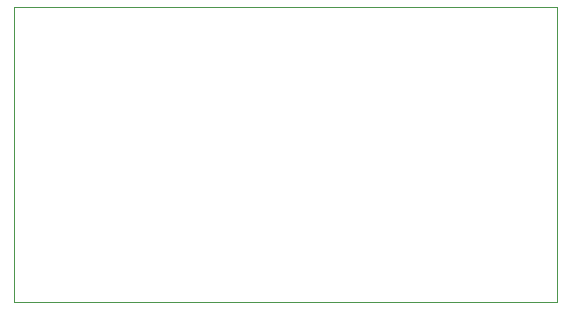
<source format=gm1>
G04 #@! TF.GenerationSoftware,KiCad,Pcbnew,(5.1.2)-2*
G04 #@! TF.CreationDate,2021-03-22T02:30:38-04:00*
G04 #@! TF.ProjectId,Repowered_Electronic_Load_Module,5265706f-7765-4726-9564-5f456c656374,rev?*
G04 #@! TF.SameCoordinates,Original*
G04 #@! TF.FileFunction,Profile,NP*
%FSLAX46Y46*%
G04 Gerber Fmt 4.6, Leading zero omitted, Abs format (unit mm)*
G04 Created by KiCad (PCBNEW (5.1.2)-2) date 2021-03-22 02:30:38*
%MOMM*%
%LPD*%
G04 APERTURE LIST*
%ADD10C,0.050000*%
G04 APERTURE END LIST*
D10*
X91500000Y-50000000D02*
X137500000Y-50000000D01*
X91500000Y-75000000D02*
X91500000Y-50000000D01*
X137500000Y-75000000D02*
X91500000Y-75000000D01*
X137500000Y-50000000D02*
X137500000Y-75000000D01*
M02*

</source>
